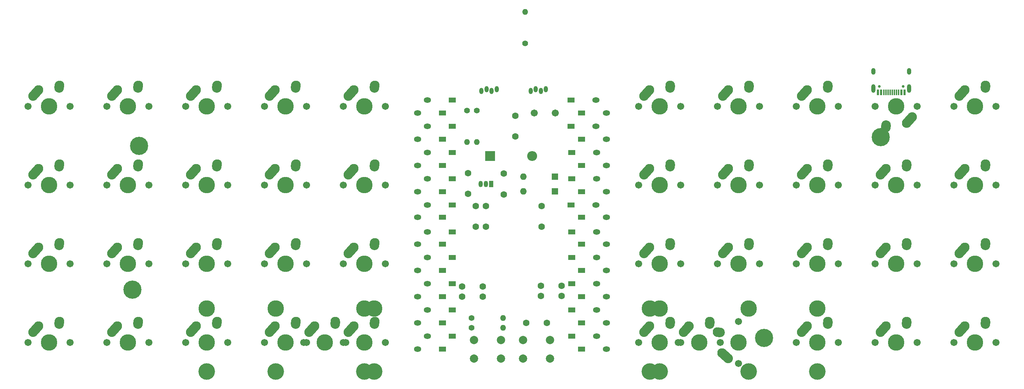
<source format=gbr>
%TF.GenerationSoftware,KiCad,Pcbnew,8.0.8*%
%TF.CreationDate,2025-03-13T22:57:15+01:00*%
%TF.ProjectId,LeSTMovoz revision 2,4c655354-4d6f-4766-9f7a-207265766973,rev?*%
%TF.SameCoordinates,Original*%
%TF.FileFunction,Soldermask,Bot*%
%TF.FilePolarity,Negative*%
%FSLAX46Y46*%
G04 Gerber Fmt 4.6, Leading zero omitted, Abs format (unit mm)*
G04 Created by KiCad (PCBNEW 8.0.8) date 2025-03-13 22:57:15*
%MOMM*%
%LPD*%
G01*
G04 APERTURE LIST*
G04 Aperture macros list*
%AMHorizOval*
0 Thick line with rounded ends*
0 $1 width*
0 $2 $3 position (X,Y) of the first rounded end (center of the circle)*
0 $4 $5 position (X,Y) of the second rounded end (center of the circle)*
0 Add line between two ends*
20,1,$1,$2,$3,$4,$5,0*
0 Add two circle primitives to create the rounded ends*
1,1,$1,$2,$3*
1,1,$1,$4,$5*%
G04 Aperture macros list end*
%ADD10C,4.400000*%
%ADD11R,1.778000X1.300000*%
%ADD12O,1.778000X1.300000*%
%ADD13C,2.000000*%
%ADD14C,1.400000*%
%ADD15O,1.400000X1.400000*%
%ADD16C,1.710000*%
%ADD17C,1.600000*%
%ADD18C,1.701800*%
%ADD19C,3.987800*%
%ADD20HorizOval,2.300000X0.655008X0.729993X-0.655008X-0.729993X0*%
%ADD21C,2.300000*%
%ADD22HorizOval,2.300000X0.020004X0.290000X-0.020004X-0.290000X0*%
%ADD23C,4.000000*%
%ADD24R,1.600000X1.600000*%
%ADD25O,1.600000X1.600000*%
%ADD26R,2.400000X2.400000*%
%ADD27O,2.400000X2.400000*%
%ADD28R,1.050000X1.500000*%
%ADD29O,1.050000X1.500000*%
%ADD30HorizOval,2.300000X-0.729993X0.655008X0.729993X-0.655008X0*%
%ADD31HorizOval,2.300000X-0.290000X0.020004X0.290000X-0.020004X0*%
%ADD32HorizOval,2.300000X-0.655008X-0.729993X0.655008X0.729993X0*%
%ADD33HorizOval,2.300000X-0.020004X-0.290000X0.020004X0.290000X0*%
%ADD34O,1.000000X1.500000*%
%ADD35C,0.650000*%
%ADD36R,0.600000X1.450000*%
%ADD37R,0.300000X1.450000*%
%ADD38O,1.000000X1.600000*%
%ADD39O,1.000000X2.100000*%
G04 APERTURE END LIST*
D10*
%TO.C,*%
X55137500Y-42862500D03*
%TD*%
D11*
%TO.C,D6*%
X159543750Y-31750000D03*
D12*
X165543750Y-31750000D03*
%TD*%
D13*
%TO.C,SW2*%
X147962500Y-89825000D03*
X154462500Y-89825000D03*
X147962500Y-94325000D03*
X154462500Y-94325000D03*
%TD*%
D14*
%TO.C,R4*%
X135478264Y-84517916D03*
D15*
X143098264Y-84517916D03*
%TD*%
D16*
%TO.C,F1*%
X155743750Y-34934000D03*
X150643750Y-34934000D03*
%TD*%
D17*
%TO.C,C9*%
X152400000Y-62396757D03*
X152400000Y-57396757D03*
%TD*%
D18*
%TO.C,MX24*%
X85407500Y-71437500D03*
D19*
X90487500Y-71437500D03*
D18*
X95567500Y-71437500D03*
D20*
X87332508Y-68167507D03*
D21*
X87987500Y-67437500D03*
D22*
X93007504Y-66647500D03*
D21*
X93027500Y-66357500D03*
%TD*%
D18*
%TO.C,MX10*%
X252095000Y-33337500D03*
D19*
X257175000Y-33337500D03*
D18*
X262255000Y-33337500D03*
D20*
X254020008Y-30067507D03*
D21*
X254675000Y-29337500D03*
D22*
X259695004Y-28547500D03*
D21*
X259715000Y-28257500D03*
%TD*%
D14*
%TO.C,R1*%
X136725000Y-34290000D03*
D15*
X136725000Y-41910000D03*
%TD*%
D18*
%TO.C,MX19*%
X233045000Y-52387500D03*
D19*
X238125000Y-52387500D03*
D18*
X243205000Y-52387500D03*
D20*
X234970008Y-49117507D03*
D21*
X235625000Y-48387500D03*
D22*
X240645004Y-47597500D03*
D21*
X240665000Y-47307500D03*
%TD*%
D18*
%TO.C,MX5*%
X104457500Y-33337500D03*
D19*
X109537500Y-33337500D03*
D18*
X114617500Y-33337500D03*
D20*
X106382508Y-30067507D03*
D21*
X107037500Y-29337500D03*
D22*
X112057504Y-28547500D03*
D21*
X112077500Y-28257500D03*
%TD*%
D18*
%TO.C,MX6*%
X175895000Y-33337500D03*
D19*
X180975000Y-33337500D03*
D18*
X186055000Y-33337500D03*
D20*
X177820008Y-30067507D03*
D21*
X178475000Y-29337500D03*
D22*
X183495004Y-28547500D03*
D21*
X183515000Y-28257500D03*
%TD*%
D11*
%TO.C,D4*%
X128412500Y-34925000D03*
D12*
X122412500Y-34925000D03*
%TD*%
D18*
%TO.C,MX21*%
X28257500Y-71437500D03*
D19*
X33337500Y-71437500D03*
D18*
X38417500Y-71437500D03*
D20*
X30182508Y-68167507D03*
D21*
X30837500Y-67437500D03*
D22*
X35857504Y-66647500D03*
D21*
X35877500Y-66357500D03*
%TD*%
D10*
%TO.C,H6*%
X234387500Y-40736500D03*
%TD*%
D23*
%TO.C,S1*%
X202406250Y-97472500D03*
D19*
X202406250Y-82232500D03*
D23*
X178593750Y-97472500D03*
D19*
X178593750Y-82232500D03*
%TD*%
D17*
%TO.C,C6*%
X136475000Y-62396757D03*
X136475000Y-57396757D03*
%TD*%
D18*
%TO.C,MX4*%
X85407500Y-33337500D03*
D19*
X90487500Y-33337500D03*
D18*
X95567500Y-33337500D03*
D20*
X87332508Y-30067507D03*
D21*
X87987500Y-29337500D03*
D22*
X93007504Y-28547500D03*
D21*
X93027500Y-28257500D03*
%TD*%
D17*
%TO.C,C7*%
X138224728Y-79368071D03*
X133224728Y-79368071D03*
%TD*%
D18*
%TO.C,MX37*%
X175895000Y-90487500D03*
D19*
X180975000Y-90487500D03*
D18*
X186055000Y-90487500D03*
D20*
X177820008Y-87217507D03*
D21*
X178475000Y-86487500D03*
D22*
X183495004Y-85697500D03*
D21*
X183515000Y-85407500D03*
%TD*%
D18*
%TO.C,MX20*%
X252095000Y-52387500D03*
D19*
X257175000Y-52387500D03*
D18*
X262255000Y-52387500D03*
D20*
X254020008Y-49117507D03*
D21*
X254675000Y-48387500D03*
D22*
X259695004Y-47597500D03*
D21*
X259715000Y-47307500D03*
%TD*%
D23*
%TO.C,S2*%
X219075000Y-97472500D03*
D19*
X219075000Y-82232500D03*
D23*
X180975000Y-97472500D03*
D19*
X180975000Y-82232500D03*
%TD*%
D11*
%TO.C,D12*%
X130793750Y-50800000D03*
D12*
X124793750Y-50800000D03*
%TD*%
D18*
%TO.C,MX27*%
X194945000Y-71437500D03*
D19*
X200025000Y-71437500D03*
D18*
X205105000Y-71437500D03*
D20*
X196870008Y-68167507D03*
D21*
X197525000Y-67437500D03*
D22*
X202545004Y-66647500D03*
D21*
X202565000Y-66357500D03*
%TD*%
D18*
%TO.C,MX1*%
X28257500Y-33337500D03*
D19*
X33337500Y-33337500D03*
D18*
X38417500Y-33337500D03*
D20*
X30182508Y-30067507D03*
D21*
X30837500Y-29337500D03*
D22*
X35857504Y-28547500D03*
D21*
X35877500Y-28257500D03*
%TD*%
D18*
%TO.C,MX38*%
X185420000Y-90487500D03*
D19*
X190500000Y-90487500D03*
D18*
X195580000Y-90487500D03*
D20*
X187345008Y-87217507D03*
D21*
X188000000Y-86487500D03*
D22*
X193020004Y-85697500D03*
D21*
X193040000Y-85407500D03*
%TD*%
D24*
%TO.C,D45*%
X155610000Y-53900000D03*
D25*
X147990000Y-53900000D03*
%TD*%
D18*
%TO.C,MX12*%
X47307500Y-52387500D03*
D19*
X52387500Y-52387500D03*
D18*
X57467500Y-52387500D03*
D20*
X49232508Y-49117507D03*
D21*
X49887500Y-48387500D03*
D22*
X54907504Y-47597500D03*
D21*
X54927500Y-47307500D03*
%TD*%
D11*
%TO.C,D3*%
X130793750Y-38100000D03*
D12*
X124793750Y-38100000D03*
%TD*%
D11*
%TO.C,D8*%
X159543750Y-38100000D03*
D12*
X165543750Y-38100000D03*
%TD*%
D11*
%TO.C,D16*%
X162100000Y-60125000D03*
D12*
X168100000Y-60125000D03*
%TD*%
D18*
%TO.C,MX34*%
X85407500Y-90487500D03*
D19*
X90487500Y-90487500D03*
D18*
X95567500Y-90487500D03*
D20*
X87332508Y-87217507D03*
D21*
X87987500Y-86487500D03*
D22*
X93007504Y-85697500D03*
D21*
X93027500Y-85407500D03*
%TD*%
D17*
%TO.C,C1*%
X134625429Y-49502571D03*
X134625429Y-54502571D03*
%TD*%
D11*
%TO.C,D9*%
X162100000Y-41275000D03*
D12*
X168100000Y-41275000D03*
%TD*%
D11*
%TO.C,D24*%
X128412500Y-66675000D03*
D12*
X122412500Y-66675000D03*
%TD*%
D18*
%TO.C,MX41*%
X233045000Y-90487500D03*
D19*
X238125000Y-90487500D03*
D18*
X243205000Y-90487500D03*
D20*
X234970008Y-87217507D03*
D21*
X235625000Y-86487500D03*
D22*
X240645004Y-85697500D03*
D21*
X240665000Y-85407500D03*
%TD*%
D11*
%TO.C,D38*%
X162100000Y-85725000D03*
D12*
X168100000Y-85725000D03*
%TD*%
D11*
%TO.C,D29*%
X162100000Y-73025000D03*
D12*
X168100000Y-73025000D03*
%TD*%
D14*
%TO.C,R2*%
X134343750Y-34290000D03*
D15*
X134343750Y-41910000D03*
%TD*%
D18*
%TO.C,MX28*%
X213995000Y-71437500D03*
D19*
X219075000Y-71437500D03*
D18*
X224155000Y-71437500D03*
D20*
X215920008Y-68167507D03*
D21*
X216575000Y-67437500D03*
D22*
X221595004Y-66647500D03*
D21*
X221615000Y-66357500D03*
%TD*%
D18*
%TO.C,MX8*%
X213995000Y-33337500D03*
D19*
X219075000Y-33337500D03*
D18*
X224155000Y-33337500D03*
D20*
X215920008Y-30067507D03*
D21*
X216575000Y-29337500D03*
D22*
X221595004Y-28547500D03*
D21*
X221615000Y-28257500D03*
%TD*%
D14*
%TO.C,R5*%
X148431250Y-18097500D03*
D15*
X148431250Y-10477500D03*
%TD*%
D11*
%TO.C,D18*%
X162100000Y-53975000D03*
D12*
X168100000Y-53975000D03*
%TD*%
D18*
%TO.C,MX18*%
X213995000Y-52387500D03*
D19*
X219075000Y-52387500D03*
D18*
X224155000Y-52387500D03*
D20*
X215920008Y-49117507D03*
D21*
X216575000Y-48387500D03*
D22*
X221595004Y-47597500D03*
D21*
X221615000Y-47307500D03*
%TD*%
D11*
%TO.C,D7*%
X162100000Y-34925000D03*
D12*
X168100000Y-34925000D03*
%TD*%
D11*
%TO.C,D34*%
X130793750Y-88900000D03*
D12*
X124793750Y-88900000D03*
%TD*%
D11*
%TO.C,D20*%
X162100000Y-47625000D03*
D12*
X168100000Y-47625000D03*
%TD*%
D18*
%TO.C,MX33*%
X66357500Y-90487500D03*
D19*
X71437500Y-90487500D03*
D18*
X76517500Y-90487500D03*
D20*
X68282508Y-87217507D03*
D21*
X68937500Y-86487500D03*
D22*
X73957504Y-85697500D03*
D21*
X73977500Y-85407500D03*
%TD*%
D11*
%TO.C,D13*%
X128412500Y-53975000D03*
D12*
X122412500Y-53975000D03*
%TD*%
D26*
%TO.C,D43*%
X139987678Y-45367784D03*
D27*
X150147678Y-45367784D03*
%TD*%
D11*
%TO.C,D15*%
X128412500Y-60125000D03*
D12*
X122412500Y-60125000D03*
%TD*%
D18*
%TO.C,MX23*%
X66357500Y-71437500D03*
D19*
X71437500Y-71437500D03*
D18*
X76517500Y-71437500D03*
D20*
X68282508Y-68167507D03*
D21*
X68937500Y-67437500D03*
D22*
X73957504Y-66647500D03*
D21*
X73977500Y-66357500D03*
%TD*%
D11*
%TO.C,D33*%
X128412500Y-85725000D03*
D12*
X122412500Y-85725000D03*
%TD*%
D11*
%TO.C,D10*%
X159718750Y-44450000D03*
D12*
X165718750Y-44450000D03*
%TD*%
D11*
%TO.C,D36*%
X162100000Y-92075000D03*
D12*
X168100000Y-92075000D03*
%TD*%
D18*
%TO.C,MX14*%
X85407500Y-52387500D03*
D19*
X90487500Y-52387500D03*
D18*
X95567500Y-52387500D03*
D20*
X87332508Y-49117507D03*
D21*
X87987500Y-48387500D03*
D22*
X93007504Y-47597500D03*
D21*
X93027500Y-47307500D03*
%TD*%
D11*
%TO.C,D19*%
X159718750Y-50800000D03*
D12*
X165718750Y-50800000D03*
%TD*%
D11*
%TO.C,D5*%
X130793750Y-31750000D03*
D12*
X124793750Y-31750000D03*
%TD*%
D28*
%TO.C,U2*%
X140176250Y-52091988D03*
D29*
X138906250Y-52091988D03*
X137636250Y-52091988D03*
%TD*%
D17*
%TO.C,C11*%
X138906250Y-62396757D03*
X138906250Y-57396757D03*
%TD*%
D23*
%TO.C,S3*%
X109537500Y-97472500D03*
D19*
X109537500Y-82232500D03*
D23*
X71437500Y-97472500D03*
D19*
X71437500Y-82232500D03*
%TD*%
D11*
%TO.C,D23*%
X130793750Y-69850000D03*
D12*
X124793750Y-69850000D03*
%TD*%
D18*
%TO.C,MX17*%
X194945000Y-52387500D03*
D19*
X200025000Y-52387500D03*
D18*
X205105000Y-52387500D03*
D20*
X196870008Y-49117507D03*
D21*
X197525000Y-48387500D03*
D22*
X202545004Y-47597500D03*
D21*
X202565000Y-47307500D03*
%TD*%
D11*
%TO.C,D27*%
X162100000Y-66675000D03*
D12*
X168100000Y-66675000D03*
%TD*%
D11*
%TO.C,D2*%
X128412500Y-41275000D03*
D12*
X122412500Y-41275000D03*
%TD*%
D17*
%TO.C,C10*%
X152268053Y-76738522D03*
X157268053Y-76738522D03*
%TD*%
D18*
%TO.C,MX16*%
X175895000Y-52387500D03*
D19*
X180975000Y-52387500D03*
D18*
X186055000Y-52387500D03*
D20*
X177820008Y-49117507D03*
D21*
X178475000Y-48387500D03*
D22*
X183495004Y-47597500D03*
D21*
X183515000Y-47307500D03*
%TD*%
D11*
%TO.C,D39*%
X159718750Y-82550000D03*
D12*
X165718750Y-82550000D03*
%TD*%
D11*
%TO.C,D17*%
X159543750Y-57150000D03*
D12*
X165543750Y-57150000D03*
%TD*%
D18*
%TO.C,MX31*%
X28257500Y-90487500D03*
D19*
X33337500Y-90487500D03*
D18*
X38417500Y-90487500D03*
D20*
X30182508Y-87217507D03*
D21*
X30837500Y-86487500D03*
D22*
X35857504Y-85697500D03*
D21*
X35877500Y-85407500D03*
%TD*%
D23*
%TO.C,S4*%
X111918750Y-97472500D03*
D19*
X111918750Y-82232500D03*
D23*
X88106250Y-97472500D03*
D19*
X88106250Y-82232500D03*
%TD*%
D11*
%TO.C,D40*%
X162100000Y-79375000D03*
D12*
X168100000Y-79375000D03*
%TD*%
D18*
%TO.C,MX26*%
X175895000Y-71437500D03*
D19*
X180975000Y-71437500D03*
D18*
X186055000Y-71437500D03*
D20*
X177820008Y-68167507D03*
D21*
X178475000Y-67437500D03*
D22*
X183495004Y-66647500D03*
D21*
X183515000Y-66357500D03*
%TD*%
D11*
%TO.C,D1*%
X130793750Y-44450000D03*
D12*
X124793750Y-44450000D03*
%TD*%
D14*
%TO.C,R3*%
X135478264Y-86899166D03*
D15*
X143098264Y-86899166D03*
%TD*%
D11*
%TO.C,D30*%
X159718750Y-76200000D03*
D12*
X165718750Y-76200000D03*
%TD*%
D17*
%TO.C,C8*%
X138224728Y-76936821D03*
X133224728Y-76936821D03*
%TD*%
D18*
%TO.C,MX32*%
X47307500Y-90487500D03*
D19*
X52387500Y-90487500D03*
D18*
X57467500Y-90487500D03*
D20*
X49232508Y-87217507D03*
D21*
X49887500Y-86487500D03*
D22*
X54907504Y-85697500D03*
D21*
X54927500Y-85407500D03*
%TD*%
D11*
%TO.C,D31*%
X128412500Y-79375000D03*
D12*
X122412500Y-79375000D03*
%TD*%
D18*
%TO.C,MX3*%
X66357500Y-33337500D03*
D19*
X71437500Y-33337500D03*
D18*
X76517500Y-33337500D03*
D20*
X68282508Y-30067507D03*
D21*
X68937500Y-29337500D03*
D22*
X73957504Y-28547500D03*
D21*
X73977500Y-28257500D03*
%TD*%
D11*
%TO.C,D28*%
X159718750Y-69850000D03*
D12*
X165718750Y-69850000D03*
%TD*%
D18*
%TO.C,MX29*%
X233045000Y-71437500D03*
D19*
X238125000Y-71437500D03*
D18*
X243205000Y-71437500D03*
D20*
X234970008Y-68167507D03*
D21*
X235625000Y-67437500D03*
D22*
X240645004Y-66647500D03*
D21*
X240665000Y-66357500D03*
%TD*%
D18*
%TO.C,MX39*%
X200025000Y-95567500D03*
D19*
X200025000Y-90487500D03*
D18*
X200025000Y-85407500D03*
D30*
X196755007Y-93642492D03*
D21*
X196025000Y-92987500D03*
D31*
X195235000Y-87967496D03*
D21*
X194945000Y-87947500D03*
%TD*%
D11*
%TO.C,D11*%
X128412500Y-47625000D03*
D12*
X122412500Y-47625000D03*
%TD*%
D18*
%TO.C,MX7*%
X194945000Y-33337500D03*
D19*
X200025000Y-33337500D03*
D18*
X205105000Y-33337500D03*
D20*
X196870008Y-30067507D03*
D21*
X197525000Y-29337500D03*
D22*
X202545004Y-28547500D03*
D21*
X202565000Y-28257500D03*
%TD*%
D18*
%TO.C,MX22*%
X47307500Y-71437500D03*
D19*
X52387500Y-71437500D03*
D18*
X57467500Y-71437500D03*
D20*
X49232508Y-68167507D03*
D21*
X49887500Y-67437500D03*
D22*
X54907504Y-66647500D03*
D21*
X54927500Y-66357500D03*
%TD*%
D18*
%TO.C,MX9*%
X243205000Y-33337500D03*
D19*
X238125000Y-33337500D03*
D18*
X233045000Y-33337500D03*
D32*
X241279992Y-36607493D03*
D21*
X240625000Y-37337500D03*
D33*
X235604996Y-38127500D03*
D21*
X235585000Y-38417500D03*
%TD*%
D17*
%TO.C,C4*%
X148712500Y-85725000D03*
X153712500Y-85725000D03*
%TD*%
D11*
%TO.C,D37*%
X159718750Y-88900000D03*
D12*
X165718750Y-88900000D03*
%TD*%
D11*
%TO.C,D21*%
X130793750Y-76200000D03*
D12*
X124793750Y-76200000D03*
%TD*%
D17*
%TO.C,C5*%
X152268053Y-79169772D03*
X157268053Y-79169772D03*
%TD*%
D18*
%TO.C,MX15*%
X104457500Y-52387500D03*
D19*
X109537500Y-52387500D03*
D18*
X114617500Y-52387500D03*
D20*
X106382508Y-49117507D03*
D21*
X107037500Y-48387500D03*
D22*
X112057504Y-47597500D03*
D21*
X112077500Y-47307500D03*
%TD*%
D10*
%TO.C,*%
X206137500Y-89371500D03*
%TD*%
%TO.C,*%
X53537500Y-77636500D03*
%TD*%
D18*
%TO.C,MX25*%
X104457500Y-71437500D03*
D19*
X109537500Y-71437500D03*
D18*
X114617500Y-71437500D03*
D20*
X106382508Y-68167507D03*
D21*
X107037500Y-67437500D03*
D22*
X112057504Y-66647500D03*
D21*
X112077500Y-66357500D03*
%TD*%
D18*
%TO.C,MX36*%
X94932500Y-90487500D03*
D19*
X100012500Y-90487500D03*
D18*
X105092500Y-90487500D03*
D20*
X96857508Y-87217507D03*
D21*
X97512500Y-86487500D03*
D22*
X102532504Y-85697500D03*
D21*
X102552500Y-85407500D03*
%TD*%
D18*
%TO.C,MX13*%
X66357500Y-52387500D03*
D19*
X71437500Y-52387500D03*
D18*
X76517500Y-52387500D03*
D20*
X68282508Y-49117507D03*
D21*
X68937500Y-48387500D03*
D22*
X73957504Y-47597500D03*
D21*
X73977500Y-47307500D03*
%TD*%
D18*
%TO.C,MX40*%
X213995000Y-90487500D03*
D19*
X219075000Y-90487500D03*
D18*
X224155000Y-90487500D03*
D20*
X215920008Y-87217507D03*
D21*
X216575000Y-86487500D03*
D22*
X221595004Y-85697500D03*
D21*
X221615000Y-85407500D03*
%TD*%
D11*
%TO.C,D25*%
X130793750Y-63700000D03*
D12*
X124793750Y-63700000D03*
%TD*%
D11*
%TO.C,D22*%
X128412500Y-73025000D03*
D12*
X122412500Y-73025000D03*
%TD*%
D17*
%TO.C,C3*%
X146050000Y-35600000D03*
X146050000Y-40600000D03*
%TD*%
D18*
%TO.C,MX2*%
X47307500Y-33337500D03*
D19*
X52387500Y-33337500D03*
D18*
X57467500Y-33337500D03*
D20*
X49232508Y-30067507D03*
D21*
X49887500Y-29337500D03*
D22*
X54907504Y-28547500D03*
D21*
X54927500Y-28257500D03*
%TD*%
D11*
%TO.C,D32*%
X130793750Y-82550000D03*
D12*
X124793750Y-82550000D03*
%TD*%
D18*
%TO.C,MX11*%
X28257500Y-52387500D03*
D19*
X33337500Y-52387500D03*
D18*
X38417500Y-52387500D03*
D20*
X30182508Y-49117507D03*
D21*
X30837500Y-48387500D03*
D22*
X35857504Y-47597500D03*
D21*
X35877500Y-47307500D03*
%TD*%
D18*
%TO.C,MX42*%
X252095000Y-90487500D03*
D19*
X257175000Y-90487500D03*
D18*
X262255000Y-90487500D03*
D20*
X254020008Y-87217507D03*
D21*
X254675000Y-86487500D03*
D22*
X259695004Y-85697500D03*
D21*
X259715000Y-85407500D03*
%TD*%
D18*
%TO.C,MX30*%
X252095000Y-71437500D03*
D19*
X257175000Y-71437500D03*
D18*
X262255000Y-71437500D03*
D20*
X254020008Y-68167507D03*
D21*
X254675000Y-67437500D03*
D22*
X259695004Y-66647500D03*
D21*
X259715000Y-66357500D03*
%TD*%
D18*
%TO.C,MX35*%
X104457500Y-90487500D03*
D19*
X109537500Y-90487500D03*
D18*
X114617500Y-90487500D03*
D20*
X106382508Y-87217507D03*
D21*
X107037500Y-86487500D03*
D22*
X112057504Y-85697500D03*
D21*
X112077500Y-85407500D03*
%TD*%
D17*
%TO.C,C2*%
X143250429Y-49600098D03*
X143250429Y-54600098D03*
%TD*%
D11*
%TO.C,D14*%
X130793750Y-57150000D03*
D12*
X124793750Y-57150000D03*
%TD*%
D13*
%TO.C,SW1*%
X142550000Y-94325000D03*
X136050000Y-94325000D03*
X142550000Y-89825000D03*
X136050000Y-89825000D03*
%TD*%
D11*
%TO.C,D35*%
X128412500Y-92075000D03*
D12*
X122412500Y-92075000D03*
%TD*%
D24*
%TO.C,D44*%
X155610000Y-50350000D03*
D25*
X147990000Y-50350000D03*
%TD*%
D11*
%TO.C,D26*%
X159718750Y-63700000D03*
D12*
X165718750Y-63700000D03*
%TD*%
D34*
%TO.C,D41*%
X139075000Y-29168750D03*
X141550000Y-29168750D03*
X140325000Y-29568750D03*
X137850000Y-29568750D03*
%TD*%
%TO.C,D42*%
X150981250Y-29168750D03*
X153456250Y-29168750D03*
X152231250Y-29568750D03*
X149756250Y-29568750D03*
%TD*%
D35*
%TO.C,J1*%
X234023179Y-28493750D03*
X239803179Y-28493750D03*
D36*
X233663179Y-29938750D03*
X234463179Y-29938750D03*
D37*
X235663179Y-29938750D03*
X236663179Y-29938750D03*
X237163179Y-29938750D03*
X238163179Y-29938750D03*
D36*
X239363179Y-29938750D03*
X240163179Y-29938750D03*
X240163179Y-29938750D03*
X239363179Y-29938750D03*
D37*
X238663179Y-29938750D03*
X237663179Y-29938750D03*
X236163179Y-29938750D03*
X235163179Y-29938750D03*
D36*
X234463179Y-29938750D03*
X233663179Y-29938750D03*
D38*
X232593179Y-24843750D03*
D39*
X232593179Y-29023750D03*
D38*
X241233179Y-24843750D03*
D39*
X241233179Y-29023750D03*
%TD*%
M02*

</source>
